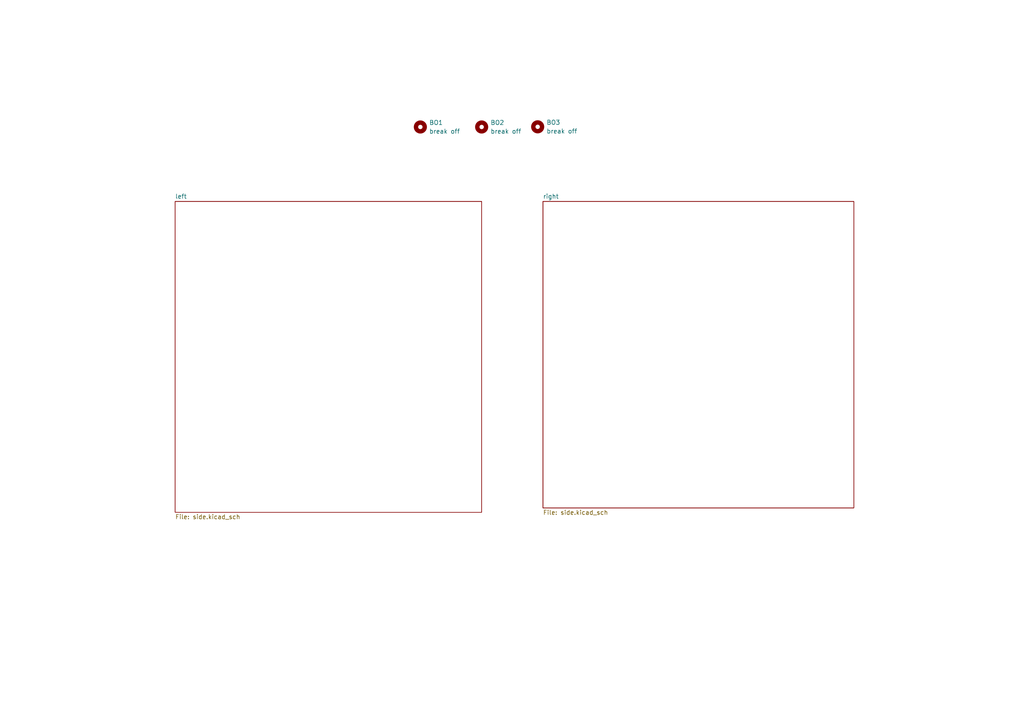
<source format=kicad_sch>
(kicad_sch
	(version 20250114)
	(generator "eeschema")
	(generator_version "9.0")
	(uuid "ebe36c02-9d2b-440d-9de2-7f1f8cbae31d")
	(paper "A4")
	(lib_symbols
		(symbol "Mechanical:MountingHole"
			(pin_names
				(offset 1.016)
			)
			(exclude_from_sim no)
			(in_bom no)
			(on_board yes)
			(property "Reference" "H"
				(at 0 5.08 0)
				(effects
					(font
						(size 1.27 1.27)
					)
				)
			)
			(property "Value" "MountingHole"
				(at 0 3.175 0)
				(effects
					(font
						(size 1.27 1.27)
					)
				)
			)
			(property "Footprint" ""
				(at 0 0 0)
				(effects
					(font
						(size 1.27 1.27)
					)
					(hide yes)
				)
			)
			(property "Datasheet" "~"
				(at 0 0 0)
				(effects
					(font
						(size 1.27 1.27)
					)
					(hide yes)
				)
			)
			(property "Description" "Mounting Hole without connection"
				(at 0 0 0)
				(effects
					(font
						(size 1.27 1.27)
					)
					(hide yes)
				)
			)
			(property "ki_keywords" "mounting hole"
				(at 0 0 0)
				(effects
					(font
						(size 1.27 1.27)
					)
					(hide yes)
				)
			)
			(property "ki_fp_filters" "MountingHole*"
				(at 0 0 0)
				(effects
					(font
						(size 1.27 1.27)
					)
					(hide yes)
				)
			)
			(symbol "MountingHole_0_1"
				(circle
					(center 0 0)
					(radius 1.27)
					(stroke
						(width 1.27)
						(type default)
					)
					(fill
						(type none)
					)
				)
			)
			(embedded_fonts no)
		)
	)
	(symbol
		(lib_id "Mechanical:MountingHole")
		(at 139.7 36.83 0)
		(unit 1)
		(exclude_from_sim no)
		(in_bom no)
		(on_board yes)
		(dnp no)
		(fields_autoplaced yes)
		(uuid "423cff16-7a09-49a9-af88-3e43c27914db")
		(property "Reference" "BO2"
			(at 142.24 35.5599 0)
			(effects
				(font
					(size 1.27 1.27)
				)
				(justify left)
			)
		)
		(property "Value" "break off"
			(at 142.24 38.0999 0)
			(effects
				(font
					(size 1.27 1.27)
				)
				(justify left)
			)
		)
		(property "Footprint" "mousebite:mouse-bite-5mm-slot-edgeCuts"
			(at 139.7 36.83 0)
			(effects
				(font
					(size 1.27 1.27)
				)
				(hide yes)
			)
		)
		(property "Datasheet" "~"
			(at 139.7 36.83 0)
			(effects
				(font
					(size 1.27 1.27)
				)
				(hide yes)
			)
		)
		(property "Description" "Mounting Hole without connection"
			(at 139.7 36.83 0)
			(effects
				(font
					(size 1.27 1.27)
				)
				(hide yes)
			)
		)
		(instances
			(project "Splitta"
				(path "/ebe36c02-9d2b-440d-9de2-7f1f8cbae31d"
					(reference "BO2")
					(unit 1)
				)
			)
		)
	)
	(symbol
		(lib_id "Mechanical:MountingHole")
		(at 155.9469 36.7825 0)
		(unit 1)
		(exclude_from_sim no)
		(in_bom no)
		(on_board yes)
		(dnp no)
		(fields_autoplaced yes)
		(uuid "55dade63-72f5-441b-a36c-0995d034eaa4")
		(property "Reference" "BO3"
			(at 158.4869 35.5124 0)
			(effects
				(font
					(size 1.27 1.27)
				)
				(justify left)
			)
		)
		(property "Value" "break off"
			(at 158.4869 38.0524 0)
			(effects
				(font
					(size 1.27 1.27)
				)
				(justify left)
			)
		)
		(property "Footprint" "mousebite:mouse-bite-5mm-slot-edgeCuts"
			(at 155.9469 36.7825 0)
			(effects
				(font
					(size 1.27 1.27)
				)
				(hide yes)
			)
		)
		(property "Datasheet" "~"
			(at 155.9469 36.7825 0)
			(effects
				(font
					(size 1.27 1.27)
				)
				(hide yes)
			)
		)
		(property "Description" "Mounting Hole without connection"
			(at 155.9469 36.7825 0)
			(effects
				(font
					(size 1.27 1.27)
				)
				(hide yes)
			)
		)
		(instances
			(project "Splitta"
				(path "/ebe36c02-9d2b-440d-9de2-7f1f8cbae31d"
					(reference "BO3")
					(unit 1)
				)
			)
		)
	)
	(symbol
		(lib_id "Mechanical:MountingHole")
		(at 121.92 36.83 0)
		(unit 1)
		(exclude_from_sim no)
		(in_bom no)
		(on_board yes)
		(dnp no)
		(fields_autoplaced yes)
		(uuid "9dc63b80-1531-462c-8978-06d1729c2d62")
		(property "Reference" "BO1"
			(at 124.46 35.5599 0)
			(effects
				(font
					(size 1.27 1.27)
				)
				(justify left)
			)
		)
		(property "Value" "break off"
			(at 124.46 38.0999 0)
			(effects
				(font
					(size 1.27 1.27)
				)
				(justify left)
			)
		)
		(property "Footprint" "mousebite:mouse-bite-5mm-slot-edgeCuts"
			(at 121.92 36.83 0)
			(effects
				(font
					(size 1.27 1.27)
				)
				(hide yes)
			)
		)
		(property "Datasheet" "~"
			(at 121.92 36.83 0)
			(effects
				(font
					(size 1.27 1.27)
				)
				(hide yes)
			)
		)
		(property "Description" "Mounting Hole without connection"
			(at 121.92 36.83 0)
			(effects
				(font
					(size 1.27 1.27)
				)
				(hide yes)
			)
		)
		(instances
			(project ""
				(path "/ebe36c02-9d2b-440d-9de2-7f1f8cbae31d"
					(reference "BO1")
					(unit 1)
				)
			)
		)
	)
	(sheet
		(at 50.8 58.42)
		(size 88.9 90.17)
		(exclude_from_sim no)
		(in_bom yes)
		(on_board yes)
		(dnp no)
		(fields_autoplaced yes)
		(stroke
			(width 0.1524)
			(type solid)
		)
		(fill
			(color 0 0 0 0.0000)
		)
		(uuid "08759f7c-1af7-4870-b28f-503cf01778fe")
		(property "Sheetname" "left"
			(at 50.8 57.7084 0)
			(effects
				(font
					(size 1.27 1.27)
				)
				(justify left bottom)
			)
		)
		(property "Sheetfile" "side.kicad_sch"
			(at 50.8 149.1746 0)
			(effects
				(font
					(size 1.27 1.27)
				)
				(justify left top)
			)
		)
		(instances
			(project "Plico"
				(path "/ebe36c02-9d2b-440d-9de2-7f1f8cbae31d"
					(page "2")
				)
			)
		)
	)
	(sheet
		(at 157.48 58.42)
		(size 90.17 88.9)
		(exclude_from_sim no)
		(in_bom yes)
		(on_board yes)
		(dnp no)
		(fields_autoplaced yes)
		(stroke
			(width 0.1524)
			(type solid)
		)
		(fill
			(color 0 0 0 0.0000)
		)
		(uuid "b3e79bc5-73be-4bf1-9bba-a2eee7bd9c4a")
		(property "Sheetname" "right"
			(at 157.48 57.7084 0)
			(effects
				(font
					(size 1.27 1.27)
				)
				(justify left bottom)
			)
		)
		(property "Sheetfile" "side.kicad_sch"
			(at 157.48 147.9046 0)
			(effects
				(font
					(size 1.27 1.27)
				)
				(justify left top)
			)
		)
		(instances
			(project "Plico"
				(path "/ebe36c02-9d2b-440d-9de2-7f1f8cbae31d"
					(page "3")
				)
			)
		)
	)
	(sheet_instances
		(path "/"
			(page "1")
		)
	)
	(embedded_fonts no)
)

</source>
